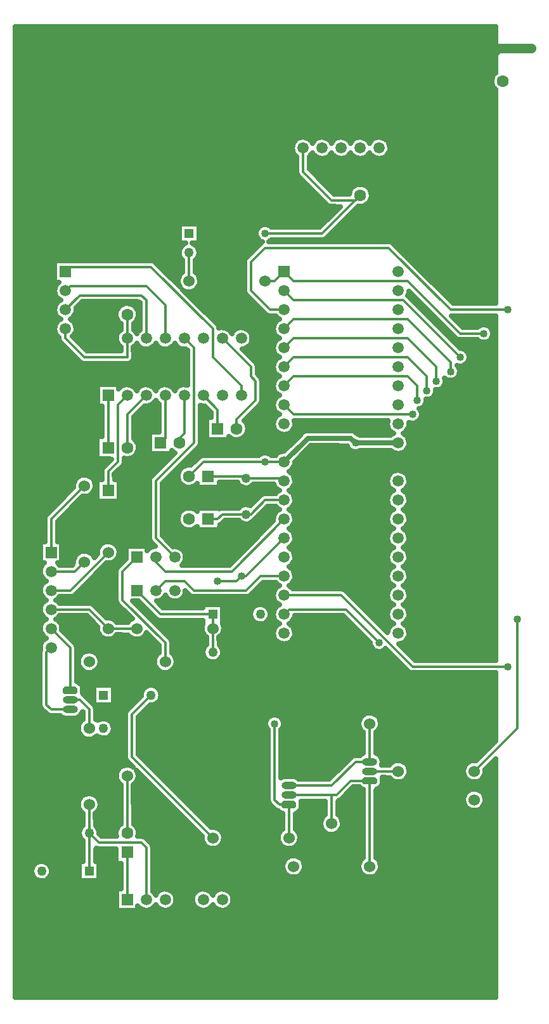
<source format=gtl>
G04 DipTrace 2.3.1.0*
%INPC04Controller.GTL*%
%MOMM*%
%ADD13C,0.33*%
%ADD14C,1.27*%
%ADD15C,0.635*%
%ADD16C,0.66*%
%ADD17C,1.6*%
%ADD18R,1.6X1.6*%
%ADD19R,1.27X1.27*%
%ADD20C,1.27*%
%ADD21R,1.5X1.5*%
%ADD22C,1.5*%
%ADD23C,1.524*%
%ADD24C,1.524*%
%ADD26O,2.0X1.0*%
%ADD27C,1.219*%
%ADD28C,1.016*%
%FSLAX53Y53*%
G04*
G71*
G90*
G75*
G01*
%LNTop*%
%LPD*%
X73508Y99543D2*
D13*
X70333D1*
X63348Y106528D1*
X48108D1*
X46838Y107798D1*
X44298Y106528D2*
X45568D1*
X46838Y107798D1*
X70333Y96368D2*
X62713Y103988D1*
X48108D1*
X46838Y105258D1*
X69063Y94463D2*
Y95733D1*
X63348Y101448D1*
X48108D1*
X46838Y100178D1*
X67158Y93193D2*
Y95098D1*
X63348Y98908D1*
X48108D1*
X46838Y97638D1*
X76683Y102718D2*
X69063D1*
X60808Y110973D1*
X44298D1*
X42393Y109068D1*
Y105258D1*
X44933Y102718D1*
X46838D1*
X65888Y91923D2*
Y93828D1*
X63348Y96368D1*
X48108D1*
X46838Y95098D1*
X64618Y90653D2*
Y92558D1*
X63348Y93828D1*
X48108D1*
X46838Y92558D1*
X59538Y58268D2*
X55093Y62713D1*
X47473D1*
X46838Y62078D1*
X76683Y55093D2*
X63983D1*
X54458Y64618D1*
X46838D1*
X63983Y88748D2*
X48108D1*
X46838Y90018D1*
X77953Y61443D2*
Y46838D1*
X72238Y41123D1*
X46838Y82398D2*
D16*
X50013Y85573D1*
X55728D1*
X56363Y84938D1*
X62078D1*
D13*
X56363D1*
X46838Y82398D2*
X44298D1*
X36043D1*
X34138Y80493D1*
X44298Y112878D2*
X51918D1*
X56998Y117958D1*
X49378Y124308D2*
Y121133D1*
X53188Y117323D1*
X56363D1*
X56998Y117958D1*
X40488Y86843D2*
Y88113D1*
X43028Y90653D1*
Y93193D1*
X42393Y93828D1*
Y95078D1*
X38583Y98888D1*
X29058Y51283D2*
X26518Y48743D1*
Y43028D1*
X37313Y32233D1*
X52553Y51918D2*
X48108Y47473D1*
X53188Y44298D2*
X51283D1*
X48108Y47473D1*
X62078Y37313D2*
X63983Y39218D1*
Y46838D1*
X60808Y50013D1*
X56998D1*
X53188Y46203D1*
Y44298D1*
X36043Y40488D2*
Y41123D1*
X44933Y50013D1*
X45101D1*
X46838D1*
X48108Y48743D1*
Y47473D1*
X43663Y56998D2*
Y51451D1*
X45101Y50013D1*
X36043Y40488D2*
X35408D1*
X29058Y46838D1*
X33503Y23978D2*
X31598Y22073D1*
X22708D1*
X17628Y27153D1*
Y29693D1*
X14453Y32868D1*
X46838Y124308D2*
Y120498D1*
X49378Y117958D1*
X30963D1*
X23343Y110338D1*
Y102083D2*
Y98888D1*
X60808Y133198D2*
D14*
X70333D1*
X66523Y129388D1*
X66189D1*
X50648D1*
X46838Y125578D1*
Y124308D1*
X66189Y129388D2*
D15*
Y120164D1*
X58268Y112243D1*
X46838Y84938D2*
D13*
X47473D1*
X50013Y87478D1*
X58268D1*
X70333Y133198D2*
D14*
X70968D1*
X75413Y137643D1*
X79858D1*
X58268Y41123D2*
D13*
X62078D1*
X58268Y39853D2*
X55728D1*
X53823Y37948D1*
X53188D1*
X47473D1*
X53188Y34138D2*
Y37948D1*
X58268Y28423D2*
Y39853D1*
X47473Y39218D2*
X53188D1*
X56363Y42393D1*
X58268D1*
Y47473D2*
Y42393D1*
X41758Y80239D2*
X46457D1*
X46838Y79858D1*
X36678Y80493D2*
X41504D1*
X41758Y80239D1*
X47473Y32233D2*
Y36678D1*
X45568Y47473D2*
Y37313D1*
X46203Y36678D1*
X47473D1*
X41758Y75413D2*
X42393D1*
X44298Y77318D1*
X46838D1*
X36678Y74778D2*
X37948D1*
X38583Y75413D1*
X41758D1*
X25883Y23978D2*
Y30328D1*
Y32868D2*
Y40488D1*
X29693Y69698D2*
Y69063D1*
X30963Y67793D1*
X39853D1*
X46838Y74778D1*
X41123Y67158D2*
X41758D1*
X46838Y72238D1*
X37948Y66523D2*
X40488D1*
X41123Y67158D1*
X28423Y23978D2*
Y30963D1*
X27788Y31598D1*
X22073D1*
X20803Y32868D1*
Y27788D2*
Y32868D1*
Y36678D1*
X34138Y106528D2*
Y110338D1*
X23343Y84303D2*
Y91288D1*
X25883Y84303D2*
Y88748D1*
X28423Y91288D1*
X30328Y84938D2*
X30963Y85573D1*
Y91288D1*
X32868Y84938D2*
X32233D1*
X33503Y86208D1*
Y91288D1*
X37948Y86843D2*
Y89383D1*
X36043Y91288D1*
X46838Y67158D2*
X43663D1*
X41758Y65253D1*
X34773D1*
X33503Y66523D1*
X30963D1*
X29693Y65253D1*
X28423Y98888D2*
Y103988D1*
X27788Y104623D1*
X19533D1*
X17628Y102718D1*
X23343Y78588D2*
Y81128D1*
X24613Y82398D1*
Y90018D1*
X25883Y91288D1*
X30963Y98888D2*
Y103353D1*
X28423Y105893D1*
X18263D1*
X17628Y105258D1*
X41123Y91288D2*
Y92558D1*
X37313Y96368D1*
Y100178D1*
X29058Y108433D1*
X18263D1*
X17628Y107798D1*
X32233Y69698D2*
X29693Y72238D1*
Y79858D1*
X34773Y84938D1*
Y97618D1*
X33503Y98888D1*
X25883Y102083D2*
Y98888D1*
X17628Y100178D2*
Y98908D1*
X20168Y96368D1*
X25883D1*
Y98888D1*
X15723Y70333D2*
Y74778D1*
X20168Y79223D1*
X15723Y67793D2*
X18898D1*
X20168Y69063D1*
X15723Y65253D2*
X18263D1*
X23343Y70333D1*
X15723Y62713D2*
X20803D1*
X23343Y60173D1*
X27153D1*
X37313Y62078D2*
X30328D1*
X27153Y65253D1*
X37313Y56998D2*
Y60173D1*
Y62078D1*
X30963Y55728D2*
Y58268D1*
X25248Y63983D1*
Y67793D1*
X27153Y69698D1*
X18263Y51918D2*
Y57633D1*
X15723Y60173D1*
X18263Y49378D2*
X15723D1*
X15088Y50013D1*
Y56998D1*
X15723Y57633D1*
X20803Y46838D2*
Y49378D1*
X19533Y50648D1*
X18263D1*
D28*
X73508Y99543D3*
X70333Y96368D3*
X69063Y94463D3*
X67158Y93193D3*
X76683Y102718D3*
X65888Y91923D3*
X64618Y90653D3*
X59538Y58268D3*
X76683Y55093D3*
X63983Y88748D3*
X77953Y61443D3*
X56363Y84938D3*
X44298Y112878D3*
Y82398D3*
X52553Y51918D3*
X23343Y110338D3*
X58268Y112243D3*
Y87478D3*
X79858Y137643D3*
X45568Y47473D3*
X41123Y67158D3*
X37948Y66523D3*
X41123Y67158D3*
X11024Y139868D2*
D15*
X75037D1*
X11024Y139237D2*
X75037D1*
X11024Y138605D2*
X75037D1*
X11024Y137973D2*
X75037D1*
X11024Y137342D2*
X75037D1*
X11024Y136710D2*
X75037D1*
X11024Y136078D2*
X75037D1*
X11024Y135447D2*
X75037D1*
X11024Y134815D2*
X75037D1*
X11024Y134183D2*
X74888D1*
X11024Y133552D2*
X74550D1*
X11024Y132920D2*
X74540D1*
X11024Y132288D2*
X74828D1*
X11024Y131657D2*
X75037D1*
X11024Y131025D2*
X75037D1*
X11024Y130393D2*
X75037D1*
X11024Y129762D2*
X75037D1*
X11024Y129130D2*
X75037D1*
X11024Y128498D2*
X75037D1*
X11024Y127867D2*
X75037D1*
X11024Y127235D2*
X75037D1*
X11024Y126603D2*
X75037D1*
X11024Y125972D2*
X75037D1*
X11024Y125340D2*
X48337D1*
X50418D2*
X50873D1*
X52958D2*
X53413D1*
X55498D2*
X55953D1*
X58038D2*
X58493D1*
X60578D2*
X75037D1*
X11024Y124708D2*
X47950D1*
X60965D2*
X75037D1*
X11024Y124077D2*
X47910D1*
X61005D2*
X75037D1*
X11024Y123445D2*
X48178D1*
X60737D2*
X75037D1*
X11024Y122813D2*
X48476D1*
X50279D2*
X75037D1*
X11024Y122182D2*
X48476D1*
X50279D2*
X75037D1*
X11024Y121550D2*
X48476D1*
X50279D2*
X75037D1*
X11024Y120918D2*
X48505D1*
X50835D2*
X75037D1*
X11024Y120287D2*
X48972D1*
X51470D2*
X75037D1*
X11024Y119655D2*
X49607D1*
X52105D2*
X75037D1*
X11024Y119023D2*
X50242D1*
X52730D2*
X55917D1*
X58078D2*
X75037D1*
X11024Y118392D2*
X50867D1*
X53365D2*
X55530D1*
X58465D2*
X75037D1*
X11024Y117760D2*
X51502D1*
X58525D2*
X75037D1*
X11024Y117128D2*
X52137D1*
X58277D2*
X75037D1*
X11024Y116497D2*
X52980D1*
X57245D2*
X75037D1*
X11024Y115865D2*
X53655D1*
X56153D2*
X75037D1*
X11024Y115233D2*
X53030D1*
X55518D2*
X75037D1*
X11024Y114602D2*
X52395D1*
X54893D2*
X75037D1*
X11024Y113970D2*
X32769D1*
X35506D2*
X43783D1*
X44813D2*
X51760D1*
X54258D2*
X75037D1*
X11024Y113338D2*
X32769D1*
X35506D2*
X43148D1*
X53623D2*
X75037D1*
X11024Y112707D2*
X32769D1*
X35506D2*
X43068D1*
X52998D2*
X75037D1*
X11024Y112075D2*
X32769D1*
X35506D2*
X43366D1*
X52224D2*
X75037D1*
X11024Y111443D2*
X33375D1*
X34901D2*
X43525D1*
X61581D2*
X75037D1*
X11024Y110812D2*
X32859D1*
X35417D2*
X42890D1*
X62216D2*
X75037D1*
X11024Y110180D2*
X32779D1*
X35496D2*
X42255D1*
X62851D2*
X75037D1*
X11024Y109548D2*
X33027D1*
X35248D2*
X41640D1*
X63476D2*
X75037D1*
X11024Y108917D2*
X16140D1*
X29821D2*
X33236D1*
X35039D2*
X41491D1*
X64111D2*
X75037D1*
X11024Y108285D2*
X16140D1*
X30456D2*
X33236D1*
X35039D2*
X41491D1*
X64746D2*
X75037D1*
X11024Y107653D2*
X16140D1*
X31081D2*
X33186D1*
X35089D2*
X41491D1*
X65371D2*
X75037D1*
X11024Y107022D2*
X16140D1*
X31716D2*
X32730D1*
X35546D2*
X41491D1*
X66006D2*
X75037D1*
X11024Y106390D2*
X16140D1*
X35625D2*
X41491D1*
X66641D2*
X75037D1*
X11024Y105758D2*
X16230D1*
X35417D2*
X41491D1*
X67266D2*
X75037D1*
X11024Y105127D2*
X16150D1*
X34509D2*
X41501D1*
X67901D2*
X75037D1*
X11024Y104495D2*
X16359D1*
X34246D2*
X41907D1*
X63456D2*
X64132D1*
X68536D2*
X75037D1*
X11024Y103863D2*
X16716D1*
X34871D2*
X42542D1*
X64081D2*
X64767D1*
X69161D2*
X75037D1*
X11024Y103232D2*
X16240D1*
X19393D2*
X24901D1*
X26864D2*
X27521D1*
X35506D2*
X43167D1*
X64716D2*
X65392D1*
X11024Y102600D2*
X16150D1*
X19105D2*
X24445D1*
X36141D2*
X43802D1*
X65351D2*
X66027D1*
X11024Y101968D2*
X16359D1*
X18897D2*
X24356D1*
X36766D2*
X44497D1*
X65976D2*
X66662D1*
X11024Y101337D2*
X16736D1*
X18520D2*
X24554D1*
X37401D2*
X45946D1*
X66611D2*
X67288D1*
X69786D2*
X75037D1*
X11024Y100705D2*
X16240D1*
X19016D2*
X24981D1*
X26784D2*
X27521D1*
X38026D2*
X45450D1*
X67246D2*
X67923D1*
X70421D2*
X73241D1*
X73783D2*
X75037D1*
X11024Y100073D2*
X16140D1*
X19115D2*
X24981D1*
X26784D2*
X27521D1*
X39435D2*
X40270D1*
X41975D2*
X45350D1*
X67871D2*
X68558D1*
X74628D2*
X75037D1*
X11024Y99442D2*
X16349D1*
X18907D2*
X24504D1*
X42501D2*
X45559D1*
X68506D2*
X69183D1*
X11024Y98810D2*
X16736D1*
X18976D2*
X24395D1*
X42610D2*
X45965D1*
X69141D2*
X69867D1*
X74499D2*
X75037D1*
X11024Y98178D2*
X17113D1*
X19601D2*
X24584D1*
X42421D2*
X45459D1*
X69766D2*
X75037D1*
X11024Y97547D2*
X17738D1*
X20236D2*
X24981D1*
X26784D2*
X27888D1*
X28957D2*
X30428D1*
X31497D2*
X32968D1*
X41657D2*
X45350D1*
X70461D2*
X75037D1*
X11024Y96915D2*
X18373D1*
X26784D2*
X33871D1*
X41806D2*
X45549D1*
X71443D2*
X75037D1*
X11024Y96283D2*
X19008D1*
X26784D2*
X33871D1*
X42431D2*
X45985D1*
X71572D2*
X75037D1*
X11024Y95652D2*
X19672D1*
X26378D2*
X33871D1*
X43066D2*
X45459D1*
X71334D2*
X75037D1*
X11024Y95020D2*
X33871D1*
X43294D2*
X45350D1*
X70163D2*
X75037D1*
X11024Y94388D2*
X33871D1*
X43294D2*
X45539D1*
X70302D2*
X75037D1*
X11024Y93757D2*
X33871D1*
X43711D2*
X46005D1*
X70074D2*
X75037D1*
X11024Y93125D2*
X33871D1*
X43929D2*
X45469D1*
X68397D2*
X75037D1*
X11024Y92493D2*
X21855D1*
X26705D2*
X27600D1*
X29245D2*
X30140D1*
X31785D2*
X32680D1*
X43929D2*
X45350D1*
X68169D2*
X75037D1*
X11024Y91862D2*
X21855D1*
X43929D2*
X45529D1*
X67127D2*
X75037D1*
X11024Y91230D2*
X21855D1*
X43929D2*
X46025D1*
X66909D2*
X75037D1*
X11024Y90598D2*
X21855D1*
X43929D2*
X45479D1*
X65857D2*
X75037D1*
X11024Y89967D2*
X21855D1*
X29017D2*
X30061D1*
X43592D2*
X45350D1*
X65639D2*
X75037D1*
X11024Y89335D2*
X22441D1*
X27717D2*
X30061D1*
X35674D2*
X36748D1*
X42957D2*
X45529D1*
X65073D2*
X75037D1*
X11024Y88703D2*
X22441D1*
X27082D2*
X30061D1*
X35674D2*
X37046D1*
X42322D2*
X46055D1*
X65222D2*
X75037D1*
X11024Y88072D2*
X22441D1*
X26784D2*
X30061D1*
X35674D2*
X36411D1*
X41697D2*
X45479D1*
X65013D2*
X75037D1*
X11024Y87440D2*
X22441D1*
X26784D2*
X30061D1*
X35674D2*
X36411D1*
X41896D2*
X45350D1*
X48325D2*
X60590D1*
X63565D2*
X75037D1*
X11024Y86808D2*
X22441D1*
X26784D2*
X30061D1*
X35674D2*
X36411D1*
X42024D2*
X45519D1*
X48156D2*
X60759D1*
X63396D2*
X75037D1*
X11024Y86177D2*
X22441D1*
X26784D2*
X28791D1*
X35674D2*
X36411D1*
X41866D2*
X46194D1*
X47482D2*
X49131D1*
X56610D2*
X61315D1*
X62841D2*
X75037D1*
X11024Y85545D2*
X21806D1*
X26784D2*
X28791D1*
X35674D2*
X36411D1*
X41251D2*
X48505D1*
X63426D2*
X75037D1*
X11024Y84913D2*
X21806D1*
X27291D2*
X28791D1*
X35674D2*
X47870D1*
X63565D2*
X75037D1*
X11024Y84282D2*
X21806D1*
X27419D2*
X28791D1*
X35367D2*
X47235D1*
X50200D2*
X55322D1*
X63406D2*
X75037D1*
X11024Y83650D2*
X21806D1*
X27271D2*
X28791D1*
X34732D2*
X46094D1*
X49575D2*
X61404D1*
X62751D2*
X75037D1*
X11024Y83018D2*
X21806D1*
X26665D2*
X31609D1*
X34097D2*
X35419D1*
X48940D2*
X75037D1*
X11024Y82387D2*
X23354D1*
X25514D2*
X30974D1*
X33472D2*
X34784D1*
X48325D2*
X75037D1*
X11024Y81755D2*
X22719D1*
X25217D2*
X30339D1*
X32837D2*
X33315D1*
X48166D2*
X75037D1*
X11024Y81123D2*
X22441D1*
X24582D2*
X29713D1*
X32202D2*
X32740D1*
X47551D2*
X61364D1*
X62791D2*
X75037D1*
X11024Y80492D2*
X19434D1*
X20901D2*
X22441D1*
X24244D2*
X29078D1*
X31577D2*
X32601D1*
X48176D2*
X60739D1*
X63416D2*
X75037D1*
X11024Y79860D2*
X18819D1*
X24879D2*
X28791D1*
X30942D2*
X32740D1*
X48325D2*
X60590D1*
X63565D2*
X75037D1*
X11024Y79228D2*
X18670D1*
X24879D2*
X28791D1*
X30594D2*
X33315D1*
X38214D2*
X40905D1*
X42610D2*
X45499D1*
X48176D2*
X60739D1*
X63416D2*
X75037D1*
X11024Y78597D2*
X18293D1*
X24879D2*
X28791D1*
X30594D2*
X46114D1*
X47561D2*
X61354D1*
X62801D2*
X75037D1*
X11024Y77965D2*
X17658D1*
X20921D2*
X21806D1*
X24879D2*
X28791D1*
X30594D2*
X43703D1*
X48166D2*
X60749D1*
X63406D2*
X75037D1*
X11024Y77333D2*
X17033D1*
X19532D2*
X21806D1*
X24879D2*
X28791D1*
X30594D2*
X43068D1*
X48325D2*
X60590D1*
X63565D2*
X75037D1*
X11024Y76702D2*
X16398D1*
X18897D2*
X28791D1*
X30594D2*
X42433D1*
X48186D2*
X60729D1*
X63426D2*
X75037D1*
X11024Y76070D2*
X15763D1*
X18262D2*
X28791D1*
X30594D2*
X33365D1*
X44297D2*
X46094D1*
X47581D2*
X61334D1*
X62821D2*
X75037D1*
X11024Y75438D2*
X15138D1*
X17637D2*
X28791D1*
X30594D2*
X32759D1*
X43672D2*
X45519D1*
X48156D2*
X60759D1*
X63396D2*
X75037D1*
X11024Y74807D2*
X14821D1*
X17002D2*
X28791D1*
X30594D2*
X32601D1*
X43037D2*
X45350D1*
X48325D2*
X60590D1*
X63565D2*
X75037D1*
X11024Y74175D2*
X14821D1*
X16624D2*
X28791D1*
X30594D2*
X32730D1*
X38592D2*
X41362D1*
X42153D2*
X44983D1*
X48186D2*
X60729D1*
X63426D2*
X75037D1*
X11024Y73543D2*
X14821D1*
X16624D2*
X28791D1*
X30594D2*
X33275D1*
X38214D2*
X44358D1*
X47611D2*
X61305D1*
X62851D2*
X75037D1*
X11024Y72912D2*
X14821D1*
X16624D2*
X28791D1*
X30594D2*
X43723D1*
X48156D2*
X60759D1*
X63396D2*
X75037D1*
X11024Y72280D2*
X14821D1*
X16624D2*
X28791D1*
X30902D2*
X43088D1*
X48325D2*
X60590D1*
X63565D2*
X75037D1*
X11024Y71648D2*
X14235D1*
X17210D2*
X22709D1*
X23977D2*
X29029D1*
X31527D2*
X42463D1*
X48196D2*
X60719D1*
X63436D2*
X75037D1*
X11024Y71017D2*
X14235D1*
X17210D2*
X22014D1*
X24671D2*
X25665D1*
X28640D2*
X29098D1*
X32827D2*
X41828D1*
X47630D2*
X61285D1*
X62870D2*
X75037D1*
X11024Y70385D2*
X14235D1*
X17210D2*
X19544D1*
X20792D2*
X21845D1*
X24840D2*
X25665D1*
X33541D2*
X41193D1*
X48146D2*
X60769D1*
X63386D2*
X75037D1*
X11024Y69753D2*
X14235D1*
X17210D2*
X18849D1*
X24721D2*
X25665D1*
X33720D2*
X40568D1*
X48325D2*
X60590D1*
X63565D2*
X75037D1*
X11024Y69122D2*
X14235D1*
X17210D2*
X18670D1*
X24175D2*
X25328D1*
X33601D2*
X39933D1*
X48206D2*
X60709D1*
X63446D2*
X75037D1*
X11024Y68490D2*
X14424D1*
X22746D2*
X24693D1*
X47650D2*
X61265D1*
X62890D2*
X75037D1*
X11024Y67858D2*
X14235D1*
X22121D2*
X24346D1*
X48136D2*
X60779D1*
X63376D2*
X75037D1*
X11024Y67227D2*
X14354D1*
X21486D2*
X24346D1*
X48325D2*
X60590D1*
X63565D2*
X75037D1*
X11024Y66595D2*
X14890D1*
X20851D2*
X24346D1*
X48206D2*
X60709D1*
X63446D2*
X75037D1*
X11024Y65963D2*
X14424D1*
X20226D2*
X24346D1*
X43721D2*
X46005D1*
X47670D2*
X61245D1*
X62910D2*
X75037D1*
X11024Y65332D2*
X14235D1*
X19591D2*
X24346D1*
X43086D2*
X45539D1*
X54963D2*
X60779D1*
X63376D2*
X75037D1*
X11024Y64700D2*
X14344D1*
X18956D2*
X24346D1*
X33611D2*
X34079D1*
X42451D2*
X45350D1*
X55627D2*
X60590D1*
X63565D2*
X75037D1*
X11024Y64068D2*
X14870D1*
X16575D2*
X24346D1*
X30545D2*
X31380D1*
X33085D2*
X45459D1*
X56252D2*
X60699D1*
X63456D2*
X75037D1*
X11024Y63437D2*
X14434D1*
X21288D2*
X24544D1*
X27042D2*
X27719D1*
X30217D2*
X45985D1*
X56887D2*
X61225D1*
X62930D2*
X75037D1*
X11024Y62805D2*
X14235D1*
X21962D2*
X25179D1*
X27677D2*
X28354D1*
X38681D2*
X42513D1*
X44813D2*
X45549D1*
X57522D2*
X60789D1*
X63366D2*
X75037D1*
X11024Y62173D2*
X14344D1*
X22588D2*
X25804D1*
X28303D2*
X28979D1*
X38681D2*
X42294D1*
X45031D2*
X45363D1*
X58148D2*
X60590D1*
X63565D2*
X75037D1*
X11024Y61542D2*
X14850D1*
X16595D2*
X20724D1*
X23838D2*
X26439D1*
X28938D2*
X29614D1*
X38681D2*
X42404D1*
X44922D2*
X45459D1*
X48216D2*
X55014D1*
X58783D2*
X60699D1*
X63456D2*
X75037D1*
X11024Y60910D2*
X14444D1*
X17002D2*
X21359D1*
X29573D2*
X35944D1*
X38681D2*
X43009D1*
X44316D2*
X45965D1*
X47710D2*
X55649D1*
X59418D2*
X61205D1*
X62950D2*
X75037D1*
X11024Y60278D2*
X14245D1*
X17200D2*
X21845D1*
X30198D2*
X35815D1*
X38810D2*
X45559D1*
X48117D2*
X56274D1*
X60043D2*
X60799D1*
X63357D2*
X75037D1*
X11024Y59647D2*
X14335D1*
X17498D2*
X21945D1*
X30833D2*
X35915D1*
X38711D2*
X45360D1*
X48315D2*
X56909D1*
X63555D2*
X75037D1*
X11024Y59015D2*
X14831D1*
X18133D2*
X22431D1*
X24254D2*
X26241D1*
X28064D2*
X28969D1*
X31468D2*
X36401D1*
X38224D2*
X45450D1*
X48226D2*
X57544D1*
X63466D2*
X75037D1*
X11024Y58383D2*
X14454D1*
X18758D2*
X29594D1*
X31855D2*
X36411D1*
X38214D2*
X45946D1*
X47730D2*
X58169D1*
X62970D2*
X75037D1*
X11024Y57752D2*
X14245D1*
X19155D2*
X30061D1*
X31864D2*
X36182D1*
X38443D2*
X58407D1*
X62573D2*
X75037D1*
X11024Y57120D2*
X14196D1*
X19164D2*
X20397D1*
X21208D2*
X30061D1*
X31864D2*
X35944D1*
X38681D2*
X59191D1*
X59872D2*
X60709D1*
X63208D2*
X75037D1*
X11024Y56488D2*
X14186D1*
X19164D2*
X19524D1*
X22082D2*
X29684D1*
X32242D2*
X36044D1*
X38582D2*
X61334D1*
X63833D2*
X75037D1*
X11024Y55857D2*
X14186D1*
X22300D2*
X29465D1*
X32460D2*
X36609D1*
X38016D2*
X61969D1*
X11024Y55225D2*
X14186D1*
X22211D2*
X29555D1*
X32371D2*
X62604D1*
X11024Y54593D2*
X14186D1*
X19164D2*
X19861D1*
X21744D2*
X30021D1*
X31904D2*
X63230D1*
X11024Y53962D2*
X14186D1*
X19164D2*
X75037D1*
X11024Y53330D2*
X14186D1*
X19164D2*
X75037D1*
X11024Y52698D2*
X14186D1*
X19750D2*
X75037D1*
X11024Y52067D2*
X14186D1*
X19998D2*
X21339D1*
X24076D2*
X27947D1*
X30168D2*
X75037D1*
X11024Y51435D2*
X14186D1*
X19958D2*
X21339D1*
X24076D2*
X27699D1*
X30416D2*
X75037D1*
X11024Y50803D2*
X14186D1*
X20623D2*
X21339D1*
X24076D2*
X27332D1*
X30337D2*
X75037D1*
X11024Y50172D2*
X14186D1*
X24076D2*
X26697D1*
X29811D2*
X75037D1*
X11024Y49540D2*
X14335D1*
X21685D2*
X26062D1*
X28561D2*
X75037D1*
X11024Y48908D2*
X14940D1*
X21704D2*
X25636D1*
X27935D2*
X75037D1*
X11024Y48277D2*
X17291D1*
X19234D2*
X19901D1*
X21704D2*
X25616D1*
X27419D2*
X44636D1*
X46499D2*
X57018D1*
X59517D2*
X75037D1*
X11024Y47645D2*
X19553D1*
X23798D2*
X25616D1*
X27419D2*
X44338D1*
X46797D2*
X56780D1*
X59755D2*
X75037D1*
X11024Y47013D2*
X19315D1*
X24066D2*
X25616D1*
X27419D2*
X44418D1*
X46718D2*
X56840D1*
X59695D2*
X75037D1*
X11024Y46382D2*
X19375D1*
X23996D2*
X25616D1*
X27419D2*
X44666D1*
X46469D2*
X57276D1*
X59259D2*
X75037D1*
X11024Y45750D2*
X19801D1*
X23500D2*
X25616D1*
X27419D2*
X44666D1*
X46469D2*
X57366D1*
X59169D2*
X75037D1*
X11024Y45118D2*
X25616D1*
X27419D2*
X44666D1*
X46469D2*
X57366D1*
X59169D2*
X74987D1*
X11024Y44487D2*
X25616D1*
X27419D2*
X44666D1*
X46469D2*
X57366D1*
X59169D2*
X74352D1*
X11024Y43855D2*
X25616D1*
X27419D2*
X44666D1*
X46469D2*
X57366D1*
X59169D2*
X73717D1*
X11024Y43223D2*
X25616D1*
X27568D2*
X44666D1*
X46469D2*
X56195D1*
X59656D2*
X73092D1*
X11024Y42592D2*
X25735D1*
X28203D2*
X44666D1*
X46469D2*
X55312D1*
X59983D2*
X72457D1*
X11024Y41960D2*
X26340D1*
X28838D2*
X44666D1*
X46469D2*
X54677D1*
X63307D2*
X71008D1*
X74320D2*
X75037D1*
X11024Y41328D2*
X24653D1*
X29463D2*
X44666D1*
X46469D2*
X54052D1*
X63565D2*
X70750D1*
X73725D2*
X75037D1*
X11024Y40697D2*
X24395D1*
X30098D2*
X44666D1*
X46469D2*
X53417D1*
X63515D2*
X70800D1*
X73675D2*
X75037D1*
X11024Y40065D2*
X24445D1*
X27320D2*
X28235D1*
X30723D2*
X44666D1*
X48851D2*
X52792D1*
X60003D2*
X61047D1*
X63108D2*
X71207D1*
X73268D2*
X75037D1*
X11024Y39433D2*
X24842D1*
X26923D2*
X28860D1*
X31358D2*
X44666D1*
X59983D2*
X75037D1*
X11024Y38802D2*
X24981D1*
X26784D2*
X29495D1*
X31993D2*
X44666D1*
X55925D2*
X57068D1*
X59467D2*
X75037D1*
X11024Y38170D2*
X24981D1*
X26784D2*
X30130D1*
X32619D2*
X44666D1*
X55290D2*
X57366D1*
X59169D2*
X71028D1*
X73447D2*
X75037D1*
X11024Y37538D2*
X19593D1*
X22012D2*
X24981D1*
X26784D2*
X30755D1*
X33254D2*
X44666D1*
X54665D2*
X57366D1*
X59169D2*
X70760D1*
X73715D2*
X75037D1*
X11024Y36907D2*
X19325D1*
X22280D2*
X24981D1*
X26784D2*
X31390D1*
X33889D2*
X44775D1*
X49208D2*
X52286D1*
X54089D2*
X57366D1*
X59169D2*
X70800D1*
X73675D2*
X75037D1*
X11024Y36275D2*
X19365D1*
X22240D2*
X24981D1*
X26784D2*
X32025D1*
X34514D2*
X45360D1*
X49188D2*
X52286D1*
X54089D2*
X57366D1*
X59169D2*
X71187D1*
X73288D2*
X75037D1*
X11024Y35643D2*
X19742D1*
X21863D2*
X24981D1*
X26784D2*
X32650D1*
X35149D2*
X46253D1*
X48692D2*
X52286D1*
X54089D2*
X57366D1*
X59169D2*
X75037D1*
X11024Y35012D2*
X19901D1*
X21704D2*
X24981D1*
X26784D2*
X33285D1*
X35784D2*
X46571D1*
X48374D2*
X51988D1*
X54387D2*
X57366D1*
X59169D2*
X75037D1*
X11024Y34380D2*
X19901D1*
X21704D2*
X24981D1*
X26784D2*
X33920D1*
X36409D2*
X46571D1*
X48374D2*
X51710D1*
X54665D2*
X57366D1*
X59169D2*
X75037D1*
X11024Y33748D2*
X19772D1*
X21833D2*
X24643D1*
X27122D2*
X34545D1*
X37044D2*
X46571D1*
X48374D2*
X51740D1*
X54635D2*
X57366D1*
X59169D2*
X75037D1*
X11024Y33117D2*
X19454D1*
X22151D2*
X24366D1*
X27400D2*
X35180D1*
X38502D2*
X46283D1*
X48662D2*
X52117D1*
X54258D2*
X57366D1*
X59169D2*
X75037D1*
X11024Y32485D2*
X19484D1*
X22429D2*
X24395D1*
X27370D2*
X35815D1*
X38790D2*
X45995D1*
X48950D2*
X57366D1*
X59169D2*
X75037D1*
X11024Y31853D2*
X19901D1*
X28779D2*
X35865D1*
X38760D2*
X46025D1*
X48920D2*
X57366D1*
X59169D2*
X75037D1*
X11024Y31222D2*
X19901D1*
X29285D2*
X36232D1*
X38393D2*
X46392D1*
X48553D2*
X57366D1*
X59169D2*
X75037D1*
X11024Y30590D2*
X19901D1*
X21704D2*
X24346D1*
X29324D2*
X57366D1*
X59169D2*
X75037D1*
X11024Y29958D2*
X19901D1*
X21704D2*
X24346D1*
X29324D2*
X57366D1*
X59169D2*
X75037D1*
X11024Y29327D2*
X19901D1*
X21704D2*
X24346D1*
X29324D2*
X46928D1*
X49287D2*
X57088D1*
X59447D2*
X75037D1*
X11024Y28695D2*
X13451D1*
X15454D2*
X19434D1*
X22171D2*
X24981D1*
X29324D2*
X46640D1*
X49575D2*
X56800D1*
X59735D2*
X75037D1*
X11024Y28063D2*
X13114D1*
X15791D2*
X19434D1*
X22171D2*
X24981D1*
X29324D2*
X46650D1*
X49565D2*
X56810D1*
X59725D2*
X75037D1*
X11024Y27432D2*
X13134D1*
X15771D2*
X19434D1*
X22171D2*
X24981D1*
X29324D2*
X47007D1*
X49208D2*
X57167D1*
X59368D2*
X75037D1*
X11024Y26800D2*
X13531D1*
X15374D2*
X19434D1*
X22171D2*
X24981D1*
X29324D2*
X75037D1*
X11024Y26168D2*
X24981D1*
X29324D2*
X75037D1*
X11024Y25537D2*
X24981D1*
X29324D2*
X75037D1*
X11024Y24905D2*
X24395D1*
X32103D2*
X34903D1*
X39723D2*
X75037D1*
X11024Y24273D2*
X24395D1*
X32420D2*
X34585D1*
X40040D2*
X75037D1*
X11024Y23642D2*
X24395D1*
X32410D2*
X34595D1*
X40030D2*
X75037D1*
X11024Y23010D2*
X24395D1*
X29533D2*
X29854D1*
X32073D2*
X34932D1*
X37153D2*
X37474D1*
X39693D2*
X75037D1*
X11024Y22378D2*
X75037D1*
X11024Y21747D2*
X75037D1*
X11024Y21115D2*
X75037D1*
X11024Y20483D2*
X75037D1*
X11024Y19852D2*
X75037D1*
X11024Y19220D2*
X75037D1*
X11024Y18588D2*
X75037D1*
X11024Y17957D2*
X75037D1*
X11024Y17325D2*
X75037D1*
X11024Y16693D2*
X75037D1*
X11024Y16062D2*
X75037D1*
X11024Y15430D2*
X75037D1*
X11024Y14798D2*
X75037D1*
X11024Y14167D2*
X75037D1*
X11024Y13535D2*
X75037D1*
X11024Y12903D2*
X75037D1*
X11024Y12272D2*
X75037D1*
X11024Y11640D2*
X75037D1*
X11024Y11008D2*
X75037D1*
X35198Y73767D2*
X35096Y73659D1*
X34835Y73480D1*
X34541Y73361D1*
X34229Y73307D1*
X33912Y73322D1*
X33606Y73404D1*
X33325Y73549D1*
X33081Y73751D1*
X32886Y74001D1*
X32749Y74287D1*
X32676Y74595D1*
X32671Y74912D1*
X32733Y75223D1*
X32861Y75513D1*
X33048Y75769D1*
X33285Y75979D1*
X33562Y76133D1*
X33865Y76225D1*
X34181Y76250D1*
X34495Y76207D1*
X34792Y76097D1*
X35059Y75927D1*
X35206Y75780D1*
X35205Y76251D1*
X38151D1*
Y76122D1*
X38490Y76246D1*
X40795Y76251D1*
X40881Y76349D1*
X41138Y76536D1*
X41432Y76653D1*
X41746Y76695D1*
X42060Y76659D1*
X42347Y76550D1*
X43705Y77910D1*
X43966Y78087D1*
X44298Y78156D1*
X45697D1*
X45925Y78409D1*
X46198Y78588D1*
X45965Y78734D1*
X45738Y78955D1*
X45565Y79220D1*
X45500Y79397D1*
X42736Y79401D1*
X42461Y79166D1*
X42177Y79026D1*
X41867Y78961D1*
X41551Y78973D1*
X41247Y79062D1*
X40974Y79223D1*
X40749Y79446D1*
X40622Y79658D1*
X38160Y79654D1*
X38151Y79020D1*
X35205D1*
Y79486D1*
X35096Y79374D1*
X34835Y79195D1*
X34541Y79076D1*
X34229Y79022D1*
X33912Y79037D1*
X33606Y79119D1*
X33325Y79264D1*
X33081Y79466D1*
X32886Y79716D1*
X32749Y80002D1*
X32676Y80310D1*
X32671Y80627D1*
X32733Y80938D1*
X32861Y81228D1*
X33048Y81484D1*
X33285Y81694D1*
X33562Y81848D1*
X33865Y81940D1*
X34181Y81965D1*
X34387Y81937D1*
X35450Y82990D1*
X35711Y83167D1*
X36043Y83236D1*
X43474D1*
X43555Y83316D1*
X43825Y83480D1*
X44130Y83567D1*
X44446Y83569D1*
X44752Y83488D1*
X45025Y83328D1*
X45115Y83236D1*
X45697D1*
X45925Y83489D1*
X46189Y83664D1*
X46485Y83776D1*
X46848Y83816D1*
X48822Y85801D1*
X49303Y86282D1*
X49559Y86468D1*
X49870Y86564D1*
X50648Y86576D1*
X55728D1*
X56040Y86526D1*
X56328Y86375D1*
X56626Y86093D1*
X56817Y86028D1*
X56998Y85941D1*
X61075D1*
X61165Y86029D1*
X61438Y86208D1*
X61205Y86354D1*
X60978Y86575D1*
X60805Y86840D1*
X60696Y87138D1*
X60655Y87452D1*
X60684Y87767D1*
X60731Y87908D1*
X48197Y87909D1*
X48261Y87478D1*
X48225Y87163D1*
X48121Y86863D1*
X47954Y86595D1*
X47731Y86370D1*
X47463Y86199D1*
X47165Y86093D1*
X46851Y86055D1*
X46535Y86087D1*
X46235Y86188D1*
X45965Y86354D1*
X45738Y86575D1*
X45565Y86840D1*
X45456Y87138D1*
X45415Y87452D1*
X45444Y87767D1*
X45543Y88068D1*
X45706Y88340D1*
X45925Y88569D1*
X46198Y88748D1*
X45965Y88894D1*
X45738Y89115D1*
X45565Y89380D1*
X45456Y89678D1*
X45415Y89992D1*
X45444Y90307D1*
X45543Y90608D1*
X45706Y90880D1*
X45925Y91109D1*
X46198Y91288D1*
X45965Y91434D1*
X45738Y91655D1*
X45565Y91920D1*
X45456Y92218D1*
X45415Y92532D1*
X45444Y92847D1*
X45543Y93148D1*
X45706Y93420D1*
X45925Y93649D1*
X46198Y93828D1*
X45965Y93974D1*
X45738Y94195D1*
X45565Y94460D1*
X45456Y94758D1*
X45415Y95072D1*
X45444Y95387D1*
X45543Y95688D1*
X45706Y95960D1*
X45925Y96189D1*
X46198Y96368D1*
X45965Y96514D1*
X45738Y96735D1*
X45565Y97000D1*
X45456Y97298D1*
X45415Y97612D1*
X45444Y97927D1*
X45543Y98228D1*
X45706Y98500D1*
X45925Y98729D1*
X46198Y98908D1*
X45965Y99054D1*
X45738Y99275D1*
X45565Y99540D1*
X45456Y99838D1*
X45415Y100152D1*
X45444Y100467D1*
X45543Y100768D1*
X45706Y101040D1*
X45925Y101269D1*
X46198Y101448D1*
X45965Y101594D1*
X45700Y101873D1*
X44933Y101880D1*
X44623Y101939D1*
X44340Y102125D1*
X41800Y104665D1*
X41623Y104926D1*
X41555Y105258D1*
Y109068D1*
X41614Y109378D1*
X41800Y109660D1*
X43705Y111565D1*
X43976Y111745D1*
X43651Y111889D1*
X43411Y112097D1*
X43236Y112360D1*
X43137Y112661D1*
X43121Y112977D1*
X43189Y113286D1*
X43338Y113566D1*
X43555Y113796D1*
X43825Y113960D1*
X44130Y114047D1*
X44446Y114049D1*
X44752Y113968D1*
X45025Y113808D1*
X45115Y113716D1*
X51570D1*
X54335Y116480D1*
X53188Y116485D1*
X52878Y116544D1*
X52595Y116730D1*
X48785Y120540D1*
X48608Y120801D1*
X48540Y121133D1*
Y123167D1*
X48278Y123405D1*
X48105Y123670D1*
X47996Y123968D1*
X47955Y124282D1*
X47984Y124597D1*
X48083Y124898D1*
X48246Y125170D1*
X48465Y125399D1*
X48729Y125574D1*
X49025Y125686D1*
X49339Y125730D1*
X49655Y125703D1*
X49957Y125608D1*
X50230Y125447D1*
X50461Y125230D1*
X50649Y124940D1*
X50786Y125170D1*
X51005Y125399D1*
X51269Y125574D1*
X51565Y125686D1*
X51879Y125730D1*
X52195Y125703D1*
X52497Y125608D1*
X52770Y125447D1*
X53001Y125230D1*
X53189Y124940D1*
X53326Y125170D1*
X53545Y125399D1*
X53809Y125574D1*
X54105Y125686D1*
X54419Y125730D1*
X54735Y125703D1*
X55037Y125608D1*
X55310Y125447D1*
X55541Y125230D1*
X55729Y124940D1*
X55866Y125170D1*
X56085Y125399D1*
X56349Y125574D1*
X56645Y125686D1*
X56959Y125730D1*
X57275Y125703D1*
X57577Y125608D1*
X57850Y125447D1*
X58081Y125230D1*
X58269Y124940D1*
X58406Y125170D1*
X58625Y125399D1*
X58889Y125574D1*
X59185Y125686D1*
X59499Y125730D1*
X59815Y125703D1*
X60117Y125608D1*
X60390Y125447D1*
X60621Y125230D1*
X60798Y124968D1*
X60913Y124673D1*
X60961Y124308D1*
X60925Y123993D1*
X60821Y123693D1*
X60654Y123425D1*
X60431Y123200D1*
X60163Y123029D1*
X59865Y122923D1*
X59551Y122885D1*
X59235Y122917D1*
X58935Y123018D1*
X58665Y123184D1*
X58438Y123405D1*
X58271Y123662D1*
X58114Y123425D1*
X57891Y123200D1*
X57623Y123029D1*
X57325Y122923D1*
X57011Y122885D1*
X56695Y122917D1*
X56395Y123018D1*
X56125Y123184D1*
X55898Y123405D1*
X55731Y123662D1*
X55574Y123425D1*
X55351Y123200D1*
X55083Y123029D1*
X54785Y122923D1*
X54471Y122885D1*
X54155Y122917D1*
X53855Y123018D1*
X53585Y123184D1*
X53358Y123405D1*
X53191Y123662D1*
X53034Y123425D1*
X52811Y123200D1*
X52543Y123029D1*
X52245Y122923D1*
X51931Y122885D1*
X51615Y122917D1*
X51315Y123018D1*
X51045Y123184D1*
X50818Y123405D1*
X50651Y123662D1*
X50494Y123425D1*
X50212Y123162D1*
X50216Y121480D1*
X53541Y118154D1*
X55539Y118161D1*
X55593Y118403D1*
X55721Y118693D1*
X55908Y118949D1*
X56145Y119159D1*
X56422Y119313D1*
X56725Y119405D1*
X57041Y119430D1*
X57355Y119387D1*
X57652Y119277D1*
X57919Y119107D1*
X58144Y118883D1*
X58315Y118617D1*
X58426Y118320D1*
X58471Y117958D1*
X58437Y117643D1*
X58336Y117342D1*
X58173Y117070D1*
X57956Y116839D1*
X57695Y116660D1*
X57401Y116541D1*
X57089Y116487D1*
X56744Y116509D1*
X54896Y114671D1*
X52510Y112285D1*
X52249Y112108D1*
X51918Y112040D1*
X45115Y112025D1*
X44859Y111839D1*
X44776Y111807D1*
X60808Y111811D1*
X61118Y111751D1*
X61400Y111565D1*
X69405Y103560D1*
X75105Y103556D1*
X75095Y104623D1*
Y132076D1*
X74991Y132171D1*
X74796Y132421D1*
X74659Y132707D1*
X74586Y133015D1*
X74581Y133332D1*
X74643Y133643D1*
X74771Y133933D1*
X74958Y134189D1*
X75099Y134313D1*
X75095Y140500D1*
X10960D1*
Y10960D1*
X75095D1*
Y42799D1*
X73655Y41355D1*
X73673Y41123D1*
X73638Y40808D1*
X73534Y40508D1*
X73368Y40239D1*
X73146Y40012D1*
X72881Y39840D1*
X72583Y39730D1*
X72269Y39688D1*
X71954Y39716D1*
X71652Y39812D1*
X71379Y39973D1*
X71147Y40189D1*
X70969Y40451D1*
X70853Y40746D1*
X70804Y41059D1*
X70825Y41375D1*
X70915Y41679D1*
X71069Y41956D1*
X71280Y42192D1*
X71538Y42376D1*
X71831Y42499D1*
X72142Y42555D1*
X72469Y42538D1*
X75090Y45160D1*
X75095Y50013D1*
Y54255D1*
X63983D1*
X63673Y54314D1*
X63390Y54500D1*
X60408Y57482D1*
X60355Y57415D1*
X60099Y57229D1*
X59803Y57117D1*
X59488Y57088D1*
X59176Y57143D1*
X58891Y57279D1*
X58651Y57487D1*
X58476Y57750D1*
X58377Y58051D1*
X58366Y58258D1*
X54742Y61877D1*
X48237Y61875D1*
X48225Y61763D1*
X48121Y61463D1*
X47954Y61195D1*
X47731Y60970D1*
X47472Y60805D1*
X47690Y60677D1*
X47921Y60460D1*
X48098Y60198D1*
X48213Y59903D1*
X48261Y59538D1*
X48225Y59223D1*
X48121Y58923D1*
X47954Y58655D1*
X47731Y58430D1*
X47463Y58259D1*
X47165Y58153D1*
X46851Y58115D1*
X46535Y58147D1*
X46235Y58248D1*
X45965Y58414D1*
X45738Y58635D1*
X45565Y58900D1*
X45456Y59198D1*
X45415Y59512D1*
X45444Y59827D1*
X45543Y60128D1*
X45706Y60400D1*
X45925Y60629D1*
X46198Y60808D1*
X45965Y60954D1*
X45738Y61175D1*
X45565Y61440D1*
X45456Y61738D1*
X45415Y62052D1*
X45444Y62367D1*
X45543Y62668D1*
X45706Y62940D1*
X45925Y63169D1*
X46198Y63348D1*
X45965Y63494D1*
X45738Y63715D1*
X45565Y63980D1*
X45456Y64278D1*
X45415Y64592D1*
X45444Y64907D1*
X45543Y65208D1*
X45706Y65480D1*
X45925Y65709D1*
X46198Y65888D1*
X45965Y66034D1*
X45700Y66313D1*
X44010Y66320D1*
X42350Y64660D1*
X42089Y64483D1*
X41758Y64415D1*
X34773D1*
X34463Y64474D1*
X34180Y64660D1*
X33654Y65186D1*
X33620Y64938D1*
X33516Y64638D1*
X33349Y64370D1*
X33126Y64145D1*
X32858Y63974D1*
X32560Y63868D1*
X32246Y63830D1*
X31930Y63862D1*
X31630Y63963D1*
X31360Y64129D1*
X31133Y64350D1*
X30966Y64607D1*
X30809Y64370D1*
X30586Y64145D1*
X30318Y63974D1*
X30020Y63868D1*
X29766Y63825D1*
X30671Y62920D1*
X36013Y62916D1*
X36005Y63386D1*
X38621D1*
X38611Y60770D1*
X38679Y60610D1*
X38748Y60173D1*
X38713Y59858D1*
X38609Y59558D1*
X38443Y59289D1*
X38147Y59014D1*
X38151Y58000D1*
X38313Y57841D1*
X38486Y57576D1*
X38591Y57277D1*
X38621Y56998D1*
X38582Y56683D1*
X38470Y56387D1*
X38289Y56127D1*
X38051Y55918D1*
X37770Y55772D1*
X37462Y55698D1*
X37145Y55700D1*
X36838Y55778D1*
X36559Y55928D1*
X36324Y56141D1*
X36147Y56403D1*
X36039Y56701D1*
X36005Y57016D1*
X36047Y57329D1*
X36164Y57624D1*
X36348Y57881D1*
X36476Y57991D1*
X36475Y59012D1*
X36222Y59239D1*
X36044Y59501D1*
X35928Y59796D1*
X35879Y60109D1*
X35900Y60425D1*
X36014Y60772D1*
X36005Y61236D1*
X30328Y61240D1*
X30018Y61299D1*
X29735Y61485D1*
X27385Y63835D1*
X26581Y63830D1*
X31555Y58860D1*
X31732Y58599D1*
X31801Y58268D1*
Y56888D1*
X32010Y56708D1*
X32200Y56454D1*
X32329Y56165D1*
X32398Y55728D1*
X32363Y55413D1*
X32259Y55113D1*
X32093Y54844D1*
X31871Y54617D1*
X31606Y54445D1*
X31308Y54335D1*
X30994Y54293D1*
X30679Y54321D1*
X30377Y54417D1*
X30104Y54578D1*
X29872Y54794D1*
X29694Y55056D1*
X29578Y55351D1*
X29529Y55664D1*
X29550Y55980D1*
X29640Y56284D1*
X29794Y56561D1*
X30005Y56797D1*
X30126Y56883D1*
X30125Y57920D1*
X28455Y59590D1*
X28283Y59289D1*
X28061Y59062D1*
X27796Y58890D1*
X27498Y58780D1*
X27184Y58738D1*
X26869Y58766D1*
X26567Y58862D1*
X26294Y59023D1*
X26062Y59239D1*
X26001Y59329D1*
X24503Y59335D1*
X24251Y59062D1*
X23986Y58890D1*
X23688Y58780D1*
X23374Y58738D1*
X23059Y58766D1*
X22757Y58862D1*
X22484Y59023D1*
X22252Y59239D1*
X22074Y59501D1*
X21958Y59796D1*
X21909Y60109D1*
X21928Y60396D1*
X20456Y61874D1*
X16864Y61875D1*
X16616Y61605D1*
X16357Y61440D1*
X16575Y61312D1*
X16806Y61095D1*
X16983Y60833D1*
X17098Y60538D1*
X17146Y60173D1*
X17123Y59966D1*
X18855Y58225D1*
X19032Y57964D1*
X19101Y57633D1*
Y53078D1*
X19302Y53025D1*
X19489Y52894D1*
X19739Y52644D1*
X19873Y52451D1*
X19936Y52168D1*
X19931Y51597D1*
X20056Y51302D1*
X21395Y49970D1*
X21572Y49709D1*
X21641Y49378D1*
Y47998D1*
X21984Y47927D1*
X22267Y48069D1*
X22576Y48139D1*
X22893Y48133D1*
X23199Y48050D1*
X23476Y47897D1*
X23708Y47681D1*
X23881Y47416D1*
X23986Y47117D1*
X24016Y46838D1*
X23977Y46523D1*
X23865Y46227D1*
X23684Y45967D1*
X23446Y45758D1*
X23165Y45612D1*
X22857Y45538D1*
X22540Y45540D1*
X22233Y45618D1*
X21954Y45768D1*
X21859Y45854D1*
X21711Y45727D1*
X21446Y45555D1*
X21148Y45445D1*
X20834Y45403D1*
X20519Y45431D1*
X20217Y45527D1*
X19944Y45688D1*
X19712Y45904D1*
X19534Y46166D1*
X19418Y46461D1*
X19369Y46774D1*
X19390Y47090D1*
X19480Y47394D1*
X19634Y47671D1*
X19845Y47907D1*
X19966Y47993D1*
X19965Y49030D1*
X19893Y49064D1*
X19768Y48773D1*
X19570Y48526D1*
X19313Y48342D1*
X19016Y48232D1*
X18763Y48205D1*
X17763Y48214D1*
X17700Y48206D1*
X17389Y48265D1*
X17106Y48406D1*
X16951Y48544D1*
X15723Y48540D1*
X15413Y48599D1*
X15130Y48785D1*
X14495Y49420D1*
X14318Y49681D1*
X14250Y50013D1*
Y56998D1*
X14314Y57316D1*
X14290Y57251D1*
X14329Y57922D1*
X14428Y58223D1*
X14591Y58495D1*
X14810Y58724D1*
X15083Y58903D1*
X14850Y59049D1*
X14623Y59270D1*
X14450Y59535D1*
X14341Y59833D1*
X14300Y60147D1*
X14329Y60462D1*
X14428Y60763D1*
X14591Y61035D1*
X14810Y61264D1*
X15083Y61443D1*
X14850Y61589D1*
X14623Y61810D1*
X14450Y62075D1*
X14341Y62373D1*
X14300Y62687D1*
X14329Y63002D1*
X14428Y63303D1*
X14591Y63575D1*
X14810Y63804D1*
X15083Y63983D1*
X14850Y64129D1*
X14623Y64350D1*
X14450Y64615D1*
X14341Y64913D1*
X14300Y65227D1*
X14329Y65542D1*
X14428Y65843D1*
X14591Y66115D1*
X14810Y66344D1*
X15083Y66523D1*
X14850Y66669D1*
X14623Y66890D1*
X14450Y67155D1*
X14341Y67453D1*
X14300Y67767D1*
X14329Y68082D1*
X14428Y68383D1*
X14591Y68655D1*
X14851Y68912D1*
X14300Y68909D1*
Y71756D1*
X14885D1*
Y74778D1*
X14944Y75088D1*
X15130Y75370D1*
X18757Y78997D1*
X18734Y79159D1*
X18755Y79475D1*
X18845Y79779D1*
X18999Y80056D1*
X19210Y80292D1*
X19468Y80476D1*
X19761Y80599D1*
X20072Y80655D1*
X20389Y80641D1*
X20695Y80557D1*
X20975Y80409D1*
X21215Y80203D1*
X21405Y79949D1*
X21534Y79660D1*
X21603Y79223D1*
X21568Y78908D1*
X21464Y78608D1*
X21298Y78339D1*
X21076Y78112D1*
X20811Y77940D1*
X20513Y77830D1*
X20199Y77788D1*
X19933Y77811D1*
X17617Y75487D1*
X16558Y74427D1*
X16561Y71751D1*
X17146Y71756D1*
Y68909D1*
X16600D1*
X16806Y68715D1*
X16867Y68625D1*
X18550Y68631D1*
X18734Y68999D1*
X18755Y69315D1*
X18845Y69619D1*
X18999Y69896D1*
X19210Y70132D1*
X19468Y70316D1*
X19761Y70439D1*
X20072Y70495D1*
X20389Y70481D1*
X20695Y70397D1*
X20975Y70249D1*
X21215Y70043D1*
X21405Y69789D1*
X21474Y69636D1*
X21929Y70104D1*
X21909Y70269D1*
X21930Y70585D1*
X22020Y70889D1*
X22174Y71166D1*
X22385Y71402D1*
X22643Y71586D1*
X22936Y71709D1*
X23247Y71765D1*
X23564Y71751D1*
X23870Y71667D1*
X24150Y71519D1*
X24390Y71313D1*
X24580Y71059D1*
X24709Y70770D1*
X24778Y70333D1*
X24743Y70018D1*
X24639Y69718D1*
X24473Y69449D1*
X24251Y69222D1*
X23986Y69050D1*
X23688Y68940D1*
X23374Y68898D1*
X23108Y68921D1*
X20792Y66597D1*
X18855Y64660D1*
X18594Y64483D1*
X18263Y64415D1*
X16864D1*
X16616Y64145D1*
X16357Y63980D1*
X16575Y63852D1*
X16806Y63635D1*
X16867Y63545D1*
X20803Y63551D1*
X21113Y63491D1*
X21395Y63305D1*
X23114Y61586D1*
X23247Y61605D1*
X23564Y61591D1*
X23870Y61507D1*
X24150Y61359D1*
X24390Y61153D1*
X24491Y61018D1*
X25992Y61011D1*
X26195Y61242D1*
X26453Y61426D1*
X26572Y61476D1*
X24655Y63390D1*
X24478Y63651D1*
X24410Y63983D1*
Y67793D1*
X24469Y68103D1*
X24655Y68385D1*
X25728Y69459D1*
X25730Y71121D1*
X28576D1*
Y70575D1*
X28780Y70789D1*
X29044Y70964D1*
X29340Y71076D1*
X29619Y71126D1*
X29100Y71645D1*
X28923Y71906D1*
X28855Y72238D1*
Y79858D1*
X28914Y80168D1*
X29100Y80450D1*
X32250Y83600D1*
X32055Y83709D1*
X31805Y83919D1*
X31801Y83465D1*
X28855D1*
Y86411D1*
X30134D1*
X30125Y87478D1*
Y90147D1*
X29863Y90385D1*
X29696Y90642D1*
X29539Y90405D1*
X29316Y90180D1*
X29048Y90009D1*
X28750Y89903D1*
X28436Y89865D1*
X28209Y89888D1*
X26721Y88401D1*
Y85523D1*
X27029Y85228D1*
X27200Y84962D1*
X27311Y84665D1*
X27356Y84303D1*
X27322Y83988D1*
X27221Y83687D1*
X27058Y83415D1*
X26841Y83184D1*
X26580Y83005D1*
X26286Y82886D1*
X25974Y82832D1*
X25657Y82847D1*
X25457Y82901D1*
X25451Y82398D1*
X25391Y82088D1*
X25205Y81805D1*
X24174Y80774D1*
X24181Y80066D1*
X24816Y80061D1*
Y77115D1*
X21870D1*
Y80061D1*
X22514D1*
X22505Y81128D1*
X22564Y81438D1*
X22750Y81720D1*
X23781Y82752D1*
X23546Y82830D1*
X21870D1*
Y85776D1*
X22514D1*
X22505Y86843D1*
Y89869D1*
X21920Y89865D1*
Y92711D1*
X24766D1*
Y92165D1*
X24970Y92379D1*
X25234Y92554D1*
X25530Y92666D1*
X25844Y92710D1*
X26160Y92683D1*
X26462Y92588D1*
X26735Y92427D1*
X26966Y92210D1*
X27154Y91920D1*
X27291Y92150D1*
X27510Y92379D1*
X27774Y92554D1*
X28070Y92666D1*
X28384Y92710D1*
X28700Y92683D1*
X29002Y92588D1*
X29275Y92427D1*
X29506Y92210D1*
X29694Y91920D1*
X29831Y92150D1*
X30050Y92379D1*
X30314Y92554D1*
X30610Y92666D1*
X30924Y92710D1*
X31240Y92683D1*
X31542Y92588D1*
X31815Y92427D1*
X32046Y92210D1*
X32234Y91920D1*
X32371Y92150D1*
X32590Y92379D1*
X32854Y92554D1*
X33150Y92666D1*
X33464Y92710D1*
X33780Y92683D1*
X33940Y92633D1*
X33935Y97270D1*
X33724Y97481D1*
X33516Y97465D1*
X33200Y97497D1*
X32900Y97598D1*
X32630Y97764D1*
X32403Y97985D1*
X32236Y98242D1*
X32079Y98005D1*
X31856Y97780D1*
X31588Y97609D1*
X31290Y97503D1*
X30976Y97465D1*
X30660Y97497D1*
X30360Y97598D1*
X30090Y97764D1*
X29863Y97985D1*
X29696Y98242D1*
X29539Y98005D1*
X29316Y97780D1*
X29048Y97609D1*
X28750Y97503D1*
X28436Y97465D1*
X28120Y97497D1*
X27820Y97598D1*
X27550Y97764D1*
X27323Y97985D1*
X27156Y98242D1*
X26999Y98005D1*
X26717Y97742D1*
X26721Y96368D1*
X26661Y96058D1*
X26491Y95792D1*
X26235Y95607D1*
X25883Y95529D1*
X20168D1*
X19858Y95589D1*
X19575Y95775D1*
X17035Y98315D1*
X16858Y98576D1*
X16790Y98908D1*
Y99037D1*
X16528Y99275D1*
X16355Y99540D1*
X16246Y99838D1*
X16205Y100152D1*
X16234Y100467D1*
X16333Y100768D1*
X16496Y101040D1*
X16715Y101269D1*
X16988Y101448D1*
X16755Y101594D1*
X16528Y101815D1*
X16355Y102080D1*
X16246Y102378D1*
X16205Y102692D1*
X16234Y103007D1*
X16333Y103308D1*
X16496Y103580D1*
X16715Y103809D1*
X16988Y103988D1*
X16755Y104134D1*
X16528Y104355D1*
X16355Y104620D1*
X16246Y104918D1*
X16205Y105232D1*
X16234Y105547D1*
X16333Y105848D1*
X16496Y106120D1*
X16756Y106377D1*
X16205Y106375D1*
Y109221D1*
X17981D1*
X18263Y109271D1*
X29058D1*
X29368Y109211D1*
X29650Y109025D1*
X32941Y105735D1*
X32753Y106151D1*
X32704Y106464D1*
X32725Y106780D1*
X32815Y107084D1*
X32969Y107361D1*
X33180Y107597D1*
X33301Y107683D1*
X33300Y109335D1*
X33149Y109481D1*
X32972Y109743D1*
X32864Y110041D1*
X32830Y110356D1*
X32872Y110669D1*
X32989Y110964D1*
X33173Y111221D1*
X33414Y111427D1*
X33707Y111571D1*
X32830Y111570D1*
Y114186D1*
X35446D1*
Y111570D1*
X34582D1*
X34906Y111397D1*
X35138Y111181D1*
X35311Y110916D1*
X35416Y110617D1*
X35446Y110338D1*
X35407Y110023D1*
X35295Y109727D1*
X35114Y109467D1*
X34973Y109343D1*
X34976Y107688D1*
X35185Y107508D1*
X35375Y107254D1*
X35504Y106965D1*
X35573Y106528D1*
X35538Y106213D1*
X35434Y105913D1*
X35268Y105644D1*
X35046Y105417D1*
X34781Y105245D1*
X34483Y105135D1*
X34169Y105093D1*
X33854Y105121D1*
X33552Y105217D1*
X33321Y105353D1*
X37905Y100770D1*
X38085Y100499D1*
X38146Y100262D1*
X38544Y100310D1*
X38860Y100283D1*
X39162Y100188D1*
X39435Y100027D1*
X39666Y99810D1*
X39854Y99520D1*
X39991Y99750D1*
X40210Y99979D1*
X40474Y100154D1*
X40770Y100266D1*
X41084Y100310D1*
X41400Y100283D1*
X41702Y100188D1*
X41975Y100027D1*
X42206Y99810D1*
X42383Y99548D1*
X42498Y99253D1*
X42546Y98888D1*
X42510Y98573D1*
X42406Y98273D1*
X42239Y98005D1*
X42016Y97780D1*
X41748Y97609D1*
X41450Y97503D1*
X41196Y97460D1*
X42985Y95670D1*
X43162Y95409D1*
X43231Y95078D1*
Y94175D1*
X43620Y93785D1*
X43797Y93524D1*
X43866Y93193D1*
Y90653D1*
X43806Y90343D1*
X43620Y90060D1*
X41480Y87920D1*
X41634Y87768D1*
X41805Y87502D1*
X41916Y87205D1*
X41961Y86843D1*
X41927Y86528D1*
X41826Y86227D1*
X41663Y85955D1*
X41446Y85724D1*
X41185Y85545D1*
X40891Y85426D1*
X40579Y85372D1*
X40262Y85387D1*
X39956Y85469D1*
X39675Y85614D1*
X39425Y85824D1*
X39421Y85370D1*
X36475D1*
Y88316D1*
X37119D1*
X37110Y89035D1*
X36268Y89877D1*
X36056Y89865D1*
X35740Y89897D1*
X35618Y89938D1*
X35611Y86823D1*
Y84938D1*
X35551Y84628D1*
X35365Y84345D1*
X30531Y79511D1*
Y72585D1*
X32018Y71097D1*
X32194Y71120D1*
X32510Y71093D1*
X32812Y70998D1*
X33085Y70837D1*
X33316Y70620D1*
X33493Y70358D1*
X33608Y70063D1*
X33656Y69698D1*
X33620Y69383D1*
X33516Y69083D1*
X33349Y68815D1*
X33185Y68631D1*
X39505D1*
X45427Y74552D1*
X45415Y74752D1*
X45444Y75067D1*
X45543Y75368D1*
X45706Y75640D1*
X45925Y75869D1*
X46198Y76048D1*
X45965Y76194D1*
X45700Y76473D1*
X44645Y76480D1*
X42703Y74545D1*
X42461Y74340D1*
X42177Y74200D1*
X41867Y74135D1*
X41551Y74147D1*
X41247Y74236D1*
X40974Y74397D1*
X40799Y74571D1*
X38930Y74575D1*
X38540Y74185D1*
X38269Y74006D1*
X38332Y74035D1*
X38151Y73711D1*
Y73305D1*
X35205D1*
Y73771D1*
X27322Y32553D2*
X27281Y32430D1*
X27788Y32436D1*
X28098Y32376D1*
X28380Y32190D1*
X29015Y31555D1*
X29192Y31294D1*
X29261Y30963D1*
X29275Y25117D1*
X29506Y24900D1*
X29694Y24610D1*
X29831Y24840D1*
X30050Y25069D1*
X30314Y25244D1*
X30610Y25356D1*
X30924Y25400D1*
X31240Y25373D1*
X31542Y25278D1*
X31815Y25117D1*
X32046Y24900D1*
X32223Y24638D1*
X32338Y24343D1*
X32386Y23978D1*
X32350Y23663D1*
X32246Y23363D1*
X32079Y23095D1*
X31856Y22870D1*
X31588Y22699D1*
X31290Y22593D1*
X30976Y22555D1*
X30660Y22587D1*
X30360Y22688D1*
X30090Y22854D1*
X29863Y23075D1*
X29696Y23332D1*
X29539Y23095D1*
X29316Y22870D1*
X29048Y22699D1*
X28750Y22593D1*
X28436Y22555D1*
X28120Y22587D1*
X27820Y22688D1*
X27550Y22854D1*
X27307Y23099D1*
X27306Y22555D1*
X24460D1*
Y25401D1*
X25045D1*
Y28849D1*
X24410Y28855D1*
Y30769D1*
X23343Y30760D1*
X22073D1*
X21754Y30824D1*
X21820Y30800D1*
X21641Y30645D1*
Y29087D1*
X22111Y29096D1*
Y26480D1*
X19495D1*
Y29096D1*
X19961D1*
X19965Y31865D1*
X19814Y32011D1*
X19637Y32273D1*
X19529Y32571D1*
X19495Y32886D1*
X19537Y33199D1*
X19654Y33494D1*
X19838Y33751D1*
X19966Y33861D1*
X19965Y35517D1*
X19712Y35744D1*
X19534Y36006D1*
X19418Y36301D1*
X19369Y36614D1*
X19390Y36930D1*
X19480Y37234D1*
X19634Y37511D1*
X19845Y37747D1*
X20103Y37931D1*
X20396Y38054D1*
X20707Y38110D1*
X21024Y38096D1*
X21330Y38012D1*
X21610Y37864D1*
X21850Y37658D1*
X22040Y37404D1*
X22169Y37115D1*
X22238Y36678D1*
X22203Y36363D1*
X22099Y36063D1*
X21933Y35794D1*
X21637Y35519D1*
X21641Y33870D1*
X21803Y33711D1*
X21976Y33446D1*
X22081Y33147D1*
X22111Y32868D1*
X22098Y32760D1*
X22427Y32429D1*
X24484Y32436D1*
X24421Y32685D1*
X24416Y33002D1*
X24478Y33313D1*
X24606Y33603D1*
X24793Y33859D1*
X25039Y34074D1*
X25045Y37313D1*
Y39327D1*
X24792Y39554D1*
X24614Y39816D1*
X24498Y40111D1*
X24449Y40424D1*
X24470Y40740D1*
X24560Y41044D1*
X24714Y41321D1*
X24925Y41557D1*
X25183Y41741D1*
X25476Y41864D1*
X25787Y41920D1*
X26104Y41906D1*
X26410Y41822D1*
X26681Y41679D1*
X25925Y42435D1*
X25748Y42696D1*
X25680Y43028D1*
Y48743D1*
X25739Y49053D1*
X25925Y49335D1*
X27756Y51166D1*
X27750Y51301D1*
X27792Y51614D1*
X27909Y51909D1*
X28093Y52166D1*
X28334Y52372D1*
X28617Y52514D1*
X28926Y52584D1*
X29243Y52578D1*
X29549Y52495D1*
X29826Y52342D1*
X30058Y52126D1*
X30231Y51861D1*
X30336Y51562D1*
X30366Y51283D1*
X30327Y50968D1*
X30215Y50672D1*
X30034Y50412D1*
X29796Y50203D1*
X29515Y50057D1*
X29207Y49983D1*
X28940Y49985D1*
X27356Y48396D1*
Y43375D1*
X37080Y33651D1*
X37534D1*
X37840Y33567D1*
X38120Y33419D1*
X38360Y33213D1*
X38550Y32959D1*
X38679Y32670D1*
X38748Y32233D1*
X38713Y31918D1*
X38609Y31618D1*
X38443Y31349D1*
X38221Y31122D1*
X37956Y30950D1*
X37658Y30840D1*
X37344Y30798D1*
X37029Y30826D1*
X36727Y30922D1*
X36454Y31083D1*
X36222Y31299D1*
X36044Y31561D1*
X35928Y31856D1*
X35879Y32169D1*
X35898Y32456D1*
X29311Y39049D1*
X27073Y41287D1*
X27249Y40925D1*
X27318Y40488D1*
X27283Y40173D1*
X27179Y39873D1*
X27013Y39604D1*
X26717Y39329D1*
X26721Y34088D1*
X27029Y33793D1*
X27200Y33527D1*
X27311Y33230D1*
X27356Y32868D1*
X27322Y32553D1*
X44932Y61763D2*
X44820Y61467D1*
X44639Y61207D1*
X44401Y60998D1*
X44120Y60852D1*
X43812Y60778D1*
X43495Y60780D1*
X43188Y60858D1*
X42909Y61008D1*
X42674Y61221D1*
X42497Y61483D1*
X42389Y61781D1*
X42355Y62096D1*
X42397Y62409D1*
X42514Y62704D1*
X42698Y62961D1*
X42939Y63167D1*
X43222Y63309D1*
X43531Y63379D1*
X43848Y63373D1*
X44154Y63290D1*
X44431Y63137D1*
X44663Y62921D1*
X44836Y62656D1*
X44941Y62357D1*
X44971Y62078D1*
X44932Y61763D1*
X21717Y52591D2*
X24016D1*
Y49975D1*
X21400D1*
Y52591D1*
X21717D1*
X15722Y27473D2*
X15610Y27177D1*
X15429Y26917D1*
X15191Y26708D1*
X14910Y26562D1*
X14602Y26488D1*
X14285Y26490D1*
X13978Y26568D1*
X13699Y26718D1*
X13464Y26931D1*
X13287Y27193D1*
X13179Y27491D1*
X13145Y27806D1*
X13187Y28119D1*
X13304Y28414D1*
X13488Y28671D1*
X13729Y28877D1*
X14012Y29019D1*
X14321Y29089D1*
X14638Y29083D1*
X14944Y29000D1*
X15221Y28847D1*
X15453Y28631D1*
X15626Y28366D1*
X15731Y28067D1*
X15761Y27788D1*
X15722Y27473D1*
X37311Y23338D2*
X37159Y23095D1*
X36936Y22870D1*
X36668Y22699D1*
X36370Y22593D1*
X36056Y22555D1*
X35740Y22587D1*
X35440Y22688D1*
X35170Y22854D1*
X34943Y23075D1*
X34770Y23340D1*
X34661Y23638D1*
X34620Y23952D1*
X34649Y24267D1*
X34748Y24568D1*
X34911Y24840D1*
X35130Y25069D1*
X35394Y25244D1*
X35690Y25356D1*
X36004Y25400D1*
X36320Y25373D1*
X36622Y25278D1*
X36895Y25117D1*
X37126Y24900D1*
X37314Y24610D1*
X37451Y24840D1*
X37670Y25069D1*
X37934Y25244D1*
X38230Y25356D1*
X38544Y25400D1*
X38860Y25373D1*
X39162Y25278D1*
X39435Y25117D1*
X39666Y24900D1*
X39843Y24638D1*
X39958Y24343D1*
X40006Y23978D1*
X39970Y23663D1*
X39866Y23363D1*
X39699Y23095D1*
X39476Y22870D1*
X39208Y22699D1*
X38910Y22593D1*
X38596Y22555D1*
X38280Y22587D1*
X37980Y22688D1*
X37710Y22854D1*
X37483Y23075D1*
X37316Y23332D1*
X19015Y102403D2*
X18911Y102103D1*
X18744Y101835D1*
X18521Y101610D1*
X18262Y101445D1*
X18480Y101317D1*
X18711Y101100D1*
X18888Y100838D1*
X19003Y100543D1*
X19051Y100178D1*
X19015Y99863D1*
X18911Y99563D1*
X18744Y99295D1*
X18583Y99133D1*
X20514Y97206D1*
X25039D1*
X25045Y97747D1*
X24783Y97985D1*
X24610Y98250D1*
X24501Y98548D1*
X24460Y98862D1*
X24489Y99177D1*
X24588Y99478D1*
X24751Y99750D1*
X25044Y100028D1*
X25045Y100862D1*
X24826Y101056D1*
X24631Y101306D1*
X24494Y101592D1*
X24421Y101900D1*
X24416Y102217D1*
X24478Y102528D1*
X24606Y102818D1*
X24793Y103074D1*
X25030Y103284D1*
X25307Y103438D1*
X25610Y103530D1*
X25926Y103555D1*
X26240Y103512D1*
X26537Y103402D1*
X26804Y103232D1*
X27029Y103008D1*
X27200Y102742D1*
X27311Y102445D1*
X27356Y102083D1*
X27322Y101768D1*
X27221Y101467D1*
X27058Y101195D1*
X26841Y100964D1*
X26719Y100880D1*
X26721Y100029D1*
X26966Y99810D1*
X27154Y99520D1*
X27291Y99750D1*
X27584Y100028D1*
X27585Y103640D1*
X27153Y103784D1*
X19880D1*
X19038Y102943D1*
X19051Y102718D1*
X19015Y102403D1*
X73638Y36998D2*
X73534Y36698D1*
X73368Y36429D1*
X73146Y36202D1*
X72881Y36030D1*
X72583Y35920D1*
X72269Y35878D1*
X71954Y35906D1*
X71652Y36002D1*
X71379Y36163D1*
X71147Y36379D1*
X70969Y36641D1*
X70853Y36936D1*
X70804Y37249D1*
X70825Y37565D1*
X70915Y37869D1*
X71069Y38146D1*
X71280Y38382D1*
X71538Y38566D1*
X71831Y38689D1*
X72142Y38745D1*
X72459Y38731D1*
X72765Y38647D1*
X73045Y38499D1*
X73285Y38293D1*
X73475Y38039D1*
X73604Y37750D1*
X73673Y37313D1*
X73638Y36998D1*
X63478Y40808D2*
X63374Y40508D1*
X63208Y40239D1*
X62986Y40012D1*
X62721Y39840D1*
X62423Y39730D1*
X62109Y39688D1*
X61794Y39716D1*
X61492Y39812D1*
X61219Y39973D1*
X60987Y40189D1*
X60926Y40279D1*
X59925Y40285D1*
X59941Y39785D1*
Y39603D1*
X59875Y39313D1*
X59744Y39127D1*
X59494Y38877D1*
X59224Y38712D1*
X59106Y38583D1*
Y29583D1*
X59315Y29403D1*
X59505Y29149D1*
X59634Y28860D1*
X59703Y28423D1*
X59668Y28108D1*
X59564Y27808D1*
X59398Y27539D1*
X59176Y27312D1*
X58911Y27140D1*
X58613Y27030D1*
X58299Y26988D1*
X57984Y27016D1*
X57682Y27112D1*
X57409Y27273D1*
X57177Y27489D1*
X56999Y27751D1*
X56883Y28046D1*
X56834Y28359D1*
X56855Y28675D1*
X56945Y28979D1*
X57099Y29256D1*
X57310Y29492D1*
X57431Y29578D1*
X57430Y38692D1*
X57228Y38745D1*
X57042Y38877D1*
X56901Y39017D1*
X56075Y39015D1*
X54415Y37355D1*
X54144Y37176D1*
X54207Y37205D1*
X54026Y36995D1*
Y35298D1*
X54235Y35118D1*
X54425Y34864D1*
X54554Y34575D1*
X54623Y34138D1*
X54588Y33823D1*
X54484Y33523D1*
X54318Y33254D1*
X54096Y33027D1*
X53831Y32855D1*
X53533Y32745D1*
X53219Y32703D1*
X52904Y32731D1*
X52602Y32827D1*
X52329Y32988D1*
X52097Y33204D1*
X51919Y33466D1*
X51803Y33761D1*
X51754Y34074D1*
X51775Y34390D1*
X51865Y34694D1*
X52019Y34971D1*
X52230Y35207D1*
X52351Y35293D1*
X52350Y37104D1*
X49130Y37110D1*
X49146Y36610D1*
Y36428D1*
X49080Y36138D1*
X48949Y35952D1*
X48699Y35702D1*
X48429Y35537D1*
X48311Y35408D1*
Y33393D1*
X48520Y33213D1*
X48710Y32959D1*
X48839Y32670D1*
X48908Y32233D1*
X48873Y31918D1*
X48769Y31618D1*
X48603Y31349D1*
X48381Y31122D1*
X48116Y30950D1*
X47818Y30840D1*
X47504Y30798D1*
X47189Y30826D1*
X46887Y30922D1*
X46614Y31083D1*
X46382Y31299D1*
X46204Y31561D1*
X46088Y31856D1*
X46039Y32169D1*
X46060Y32485D1*
X46150Y32789D1*
X46304Y33066D1*
X46515Y33302D1*
X46636Y33388D1*
X46635Y35517D1*
X46433Y35570D1*
X46247Y35702D1*
X46106Y35842D1*
X45958Y35876D1*
X45679Y36023D1*
X44975Y36720D1*
X44798Y36981D1*
X44730Y37313D1*
Y46649D1*
X44506Y46955D1*
X44407Y47256D1*
X44391Y47572D1*
X44459Y47881D1*
X44608Y48161D1*
X44825Y48391D1*
X45095Y48555D1*
X45400Y48642D1*
X45716Y48644D1*
X46022Y48563D1*
X46295Y48403D1*
X46516Y48176D1*
X46669Y47899D1*
X46743Y47591D1*
X46749Y47473D1*
X46706Y47159D1*
X46582Y46868D1*
X46403Y46643D1*
X46406Y40240D1*
X46535Y40306D1*
X46842Y40383D1*
X47290Y40391D1*
X48159Y40376D1*
X48462Y40284D1*
X48729Y40114D1*
X48789Y40048D1*
X52235Y40056D1*
X52840D1*
X55770Y42985D1*
X56031Y43162D1*
X56363Y43231D1*
X56948D1*
X57055Y43325D1*
X57330Y43481D1*
X57436Y43508D1*
X57430Y46312D1*
X57177Y46539D1*
X56999Y46801D1*
X56883Y47096D1*
X56834Y47409D1*
X56855Y47725D1*
X56945Y48029D1*
X57099Y48306D1*
X57310Y48542D1*
X57568Y48726D1*
X57861Y48849D1*
X58172Y48905D1*
X58489Y48891D1*
X58795Y48807D1*
X59075Y48659D1*
X59315Y48453D1*
X59505Y48199D1*
X59634Y47910D1*
X59703Y47473D1*
X59668Y47158D1*
X59564Y46858D1*
X59398Y46589D1*
X59102Y46314D1*
X59106Y43514D1*
X59257Y43459D1*
X59524Y43289D1*
X59736Y43055D1*
X59878Y42771D1*
X59941Y42393D1*
X59898Y42079D1*
X59847Y41961D1*
X60917D1*
X61120Y42192D1*
X61378Y42376D1*
X61671Y42499D1*
X61982Y42555D1*
X62299Y42541D1*
X62605Y42457D1*
X62885Y42309D1*
X63125Y42103D1*
X63315Y41849D1*
X63444Y41560D1*
X63513Y41123D1*
X63478Y40808D1*
X49508Y28108D2*
X49404Y27808D1*
X49238Y27539D1*
X49016Y27312D1*
X48751Y27140D1*
X48453Y27030D1*
X48139Y26988D1*
X47824Y27016D1*
X47522Y27112D1*
X47249Y27273D1*
X47017Y27489D1*
X46839Y27751D1*
X46723Y28046D1*
X46674Y28359D1*
X46695Y28675D1*
X46785Y28979D1*
X46939Y29256D1*
X47150Y29492D1*
X47408Y29676D1*
X47701Y29799D1*
X48012Y29855D1*
X48329Y29841D1*
X48635Y29757D1*
X48915Y29609D1*
X49155Y29403D1*
X49345Y29149D1*
X49474Y28860D1*
X49543Y28423D1*
X49508Y28108D1*
X22203Y55413D2*
X22099Y55113D1*
X21933Y54844D1*
X21711Y54617D1*
X21446Y54445D1*
X21148Y54335D1*
X20834Y54293D1*
X20519Y54321D1*
X20217Y54417D1*
X19944Y54578D1*
X19712Y54794D1*
X19534Y55056D1*
X19418Y55351D1*
X19369Y55664D1*
X19390Y55980D1*
X19480Y56284D1*
X19634Y56561D1*
X19845Y56797D1*
X20103Y56981D1*
X20396Y57104D1*
X20707Y57160D1*
X21024Y57146D1*
X21330Y57062D1*
X21610Y56914D1*
X21850Y56708D1*
X22040Y56454D1*
X22169Y56165D1*
X22238Y55728D1*
X22203Y55413D1*
X48225Y82083D2*
X48121Y81783D1*
X47954Y81515D1*
X47731Y81290D1*
X47472Y81125D1*
X47690Y80997D1*
X47921Y80780D1*
X48098Y80518D1*
X48213Y80223D1*
X48261Y79858D1*
X48225Y79543D1*
X48121Y79243D1*
X47954Y78975D1*
X47731Y78750D1*
X47472Y78585D1*
X47690Y78457D1*
X47921Y78240D1*
X48098Y77978D1*
X48213Y77683D1*
X48261Y77318D1*
X48225Y77003D1*
X48121Y76703D1*
X47954Y76435D1*
X47731Y76210D1*
X47472Y76045D1*
X47690Y75917D1*
X47921Y75700D1*
X48098Y75438D1*
X48213Y75143D1*
X48261Y74778D1*
X48225Y74463D1*
X48121Y74163D1*
X47954Y73895D1*
X47731Y73670D1*
X47472Y73505D1*
X47690Y73377D1*
X47921Y73160D1*
X48098Y72898D1*
X48213Y72603D1*
X48261Y72238D1*
X48225Y71923D1*
X48121Y71623D1*
X47954Y71355D1*
X47731Y71130D1*
X47472Y70965D1*
X47690Y70837D1*
X47921Y70620D1*
X48098Y70358D1*
X48213Y70063D1*
X48261Y69698D1*
X48225Y69383D1*
X48121Y69083D1*
X47954Y68815D1*
X47731Y68590D1*
X47472Y68425D1*
X47690Y68297D1*
X47921Y68080D1*
X48098Y67818D1*
X48213Y67523D1*
X48261Y67158D1*
X48225Y66843D1*
X48121Y66543D1*
X47954Y66275D1*
X47731Y66050D1*
X47472Y65885D1*
X47690Y65757D1*
X47921Y65540D1*
X47982Y65450D1*
X52870Y65456D1*
X54458D1*
X54768Y65396D1*
X55050Y65210D1*
X60656Y59605D1*
X60684Y59827D1*
X60783Y60128D1*
X60946Y60400D1*
X61165Y60629D1*
X61438Y60808D1*
X61205Y60954D1*
X60978Y61175D1*
X60805Y61440D1*
X60696Y61738D1*
X60655Y62052D1*
X60684Y62367D1*
X60783Y62668D1*
X60946Y62940D1*
X61165Y63169D1*
X61438Y63348D1*
X61205Y63494D1*
X60978Y63715D1*
X60805Y63980D1*
X60696Y64278D1*
X60655Y64592D1*
X60684Y64907D1*
X60783Y65208D1*
X60946Y65480D1*
X61165Y65709D1*
X61438Y65888D1*
X61205Y66034D1*
X60978Y66255D1*
X60805Y66520D1*
X60696Y66818D1*
X60655Y67132D1*
X60684Y67447D1*
X60783Y67748D1*
X60946Y68020D1*
X61165Y68249D1*
X61438Y68428D1*
X61205Y68574D1*
X60978Y68795D1*
X60805Y69060D1*
X60696Y69358D1*
X60655Y69672D1*
X60684Y69987D1*
X60783Y70288D1*
X60946Y70560D1*
X61165Y70789D1*
X61438Y70968D1*
X61205Y71114D1*
X60978Y71335D1*
X60805Y71600D1*
X60696Y71898D1*
X60655Y72212D1*
X60684Y72527D1*
X60783Y72828D1*
X60946Y73100D1*
X61165Y73329D1*
X61438Y73508D1*
X61205Y73654D1*
X60978Y73875D1*
X60805Y74140D1*
X60696Y74438D1*
X60655Y74752D1*
X60684Y75067D1*
X60783Y75368D1*
X60946Y75640D1*
X61165Y75869D1*
X61438Y76048D1*
X61205Y76194D1*
X60978Y76415D1*
X60805Y76680D1*
X60696Y76978D1*
X60655Y77292D1*
X60684Y77607D1*
X60783Y77908D1*
X60946Y78180D1*
X61165Y78409D1*
X61438Y78588D1*
X61205Y78734D1*
X60978Y78955D1*
X60805Y79220D1*
X60696Y79518D1*
X60655Y79832D1*
X60684Y80147D1*
X60783Y80448D1*
X60946Y80720D1*
X61165Y80949D1*
X61429Y81124D1*
X61725Y81236D1*
X62039Y81280D1*
X62355Y81253D1*
X62657Y81158D1*
X62930Y80997D1*
X63161Y80780D1*
X63338Y80518D1*
X63453Y80223D1*
X63501Y79858D1*
X63465Y79543D1*
X63361Y79243D1*
X63194Y78975D1*
X62971Y78750D1*
X62712Y78585D1*
X62930Y78457D1*
X63161Y78240D1*
X63338Y77978D1*
X63453Y77683D1*
X63501Y77318D1*
X63465Y77003D1*
X63361Y76703D1*
X63194Y76435D1*
X62971Y76210D1*
X62712Y76045D1*
X62930Y75917D1*
X63161Y75700D1*
X63338Y75438D1*
X63453Y75143D1*
X63501Y74778D1*
X63465Y74463D1*
X63361Y74163D1*
X63194Y73895D1*
X62971Y73670D1*
X62712Y73505D1*
X62930Y73377D1*
X63161Y73160D1*
X63338Y72898D1*
X63453Y72603D1*
X63501Y72238D1*
X63465Y71923D1*
X63361Y71623D1*
X63194Y71355D1*
X62971Y71130D1*
X62712Y70965D1*
X62930Y70837D1*
X63161Y70620D1*
X63338Y70358D1*
X63453Y70063D1*
X63501Y69698D1*
X63465Y69383D1*
X63361Y69083D1*
X63194Y68815D1*
X62971Y68590D1*
X62712Y68425D1*
X62930Y68297D1*
X63161Y68080D1*
X63338Y67818D1*
X63453Y67523D1*
X63501Y67158D1*
X63465Y66843D1*
X63361Y66543D1*
X63194Y66275D1*
X62971Y66050D1*
X62712Y65885D1*
X62930Y65757D1*
X63161Y65540D1*
X63338Y65278D1*
X63453Y64983D1*
X63501Y64618D1*
X63465Y64303D1*
X63361Y64003D1*
X63194Y63735D1*
X62971Y63510D1*
X62712Y63345D1*
X62930Y63217D1*
X63161Y63000D1*
X63338Y62738D1*
X63453Y62443D1*
X63501Y62078D1*
X63465Y61763D1*
X63361Y61463D1*
X63194Y61195D1*
X62971Y60970D1*
X62712Y60805D1*
X62930Y60677D1*
X63161Y60460D1*
X63338Y60198D1*
X63453Y59903D1*
X63501Y59538D1*
X63465Y59223D1*
X63361Y58923D1*
X63194Y58655D1*
X62971Y58430D1*
X62703Y58259D1*
X62405Y58153D1*
X62140Y58121D1*
X64332Y55928D1*
X75105Y55931D1*
X75095Y56998D1*
Y101880D1*
X69172D1*
X70682Y100378D1*
X72684Y100381D1*
X72765Y100461D1*
X73035Y100625D1*
X73340Y100712D1*
X73656Y100714D1*
X73962Y100633D1*
X74235Y100473D1*
X74456Y100246D1*
X74609Y99969D1*
X74683Y99661D1*
X74689Y99543D1*
X74646Y99229D1*
X74522Y98938D1*
X74325Y98690D1*
X74069Y98504D1*
X73773Y98392D1*
X73458Y98363D1*
X73146Y98418D1*
X72861Y98554D1*
X72689Y98704D1*
X70333D1*
X70023Y98764D1*
X69740Y98950D1*
X63503Y105187D1*
X63465Y104943D1*
X63314Y104568D1*
X70342Y97543D1*
X70481Y97539D1*
X70787Y97458D1*
X71060Y97298D1*
X71281Y97071D1*
X71434Y96794D1*
X71508Y96486D1*
X71514Y96368D1*
X71471Y96054D1*
X71347Y95763D1*
X71150Y95515D1*
X70894Y95329D1*
X70598Y95217D1*
X70283Y95188D1*
X69927Y95264D1*
X70011Y95166D1*
X70164Y94889D1*
X70238Y94581D1*
X70244Y94463D1*
X70201Y94149D1*
X70077Y93858D1*
X69880Y93610D1*
X69624Y93424D1*
X69328Y93312D1*
X69013Y93283D1*
X68701Y93338D1*
X68416Y93474D1*
X68259Y93611D1*
X68333Y93311D1*
X68339Y93193D1*
X68296Y92879D1*
X68172Y92588D1*
X67975Y92340D1*
X67719Y92154D1*
X67423Y92042D1*
X67059Y92021D1*
X67069Y91923D1*
X67026Y91609D1*
X66902Y91318D1*
X66705Y91070D1*
X66449Y90884D1*
X66153Y90772D1*
X65789Y90751D1*
X65799Y90653D1*
X65756Y90339D1*
X65632Y90048D1*
X65435Y89800D1*
X65179Y89614D1*
X64892Y89505D1*
X65084Y89174D1*
X65158Y88866D1*
X65164Y88748D1*
X65121Y88434D1*
X64997Y88143D1*
X64800Y87895D1*
X64544Y87709D1*
X64248Y87597D1*
X63933Y87568D1*
X63621Y87623D1*
X63487Y87687D1*
X63501Y87478D1*
X63465Y87163D1*
X63361Y86863D1*
X63194Y86595D1*
X62971Y86370D1*
X62712Y86205D1*
X62930Y86077D1*
X63161Y85860D1*
X63338Y85598D1*
X63453Y85303D1*
X63501Y84938D1*
X63465Y84623D1*
X63361Y84323D1*
X63194Y84055D1*
X62971Y83830D1*
X62703Y83659D1*
X62405Y83553D1*
X62091Y83515D1*
X61775Y83547D1*
X61475Y83648D1*
X61205Y83814D1*
X61084Y83931D1*
X56988Y83934D1*
X56628Y83787D1*
X56313Y83758D1*
X56001Y83813D1*
X55716Y83949D1*
X55476Y84157D1*
X55301Y84420D1*
X55254Y84561D1*
X53188Y84569D1*
X50419D1*
X48259Y82401D1*
X48225Y82083D1*
D17*
X34138Y74778D3*
X25883Y78588D3*
X56998Y117958D3*
D18*
X49378D3*
D17*
X32868Y84938D3*
X40488Y86843D3*
X34138Y80493D3*
X25883Y32868D3*
Y84303D3*
D18*
X60808Y133198D3*
D17*
X76048D3*
D14*
X34138Y110338D3*
D19*
Y112878D3*
X43663Y56998D3*
D20*
X37313D3*
D19*
Y62078D3*
D20*
X43663D3*
D19*
X22708Y51283D3*
D20*
X29058D3*
D19*
Y46838D3*
D20*
X22708D3*
D19*
X14453Y32868D3*
D20*
X20803D3*
D19*
Y27788D3*
D20*
X14453D3*
D21*
X25883Y23978D3*
D22*
X28423D3*
X30963D3*
X33503D3*
X36043D3*
X38583D3*
D21*
X46838Y124308D3*
D22*
X49378D3*
X51918D3*
X54458D3*
X56998D3*
X59538D3*
D21*
X27153Y69698D3*
D22*
X29693D3*
X32233D3*
D21*
X15723Y70333D3*
D22*
Y67793D3*
Y65253D3*
Y62713D3*
Y60173D3*
Y57633D3*
D21*
X17628Y107798D3*
D22*
Y105258D3*
Y102718D3*
Y100178D3*
D21*
X27153Y65253D3*
D22*
X29693D3*
X32233D3*
D23*
X72238Y37313D3*
D24*
X62078D3*
D23*
X72238Y41123D3*
D24*
X62078D3*
D23*
X48108Y47473D3*
D24*
X58268D3*
D23*
X53188Y34138D3*
D24*
Y44298D3*
D23*
X47473Y32233D3*
D24*
X37313D3*
D23*
X58268Y28423D3*
D24*
X48108D3*
D23*
X36043Y40488D3*
D24*
X25883D3*
D23*
X44298Y106528D3*
D24*
X34138D3*
D23*
X30963Y55728D3*
D24*
X20803D3*
D23*
Y36678D3*
D24*
Y46838D3*
D23*
X23343Y70333D3*
D24*
Y60173D3*
D23*
X20168Y79223D3*
D24*
Y69063D3*
D23*
X27153Y60173D3*
D24*
X37313D3*
D21*
X46838Y107798D3*
D22*
Y105258D3*
Y102718D3*
Y100178D3*
Y97638D3*
Y95098D3*
Y92558D3*
Y90018D3*
Y87478D3*
Y84938D3*
Y82398D3*
Y79858D3*
Y77318D3*
Y74778D3*
Y72238D3*
Y69698D3*
Y67158D3*
Y64618D3*
Y62078D3*
Y59538D3*
X62078D3*
Y62078D3*
Y64618D3*
Y67158D3*
Y69698D3*
Y72238D3*
Y74778D3*
Y77318D3*
Y79858D3*
Y82398D3*
Y84938D3*
Y87478D3*
Y90018D3*
Y92558D3*
Y95098D3*
Y97638D3*
Y100178D3*
Y102718D3*
Y105258D3*
Y107798D3*
D21*
X23343Y91288D3*
D22*
X25883D3*
X28423D3*
X30963D3*
X33503D3*
X36043D3*
X38583D3*
X41123D3*
Y98888D3*
X38583D3*
X36043D3*
X33503D3*
X30963D3*
X28423D3*
X25883D3*
X23343D3*
G36*
X17513Y52418D2*
X17263Y52168D1*
Y51668D1*
X17513Y51418D1*
X19013D1*
X19263Y51668D1*
Y52168D1*
X19013Y52418D1*
X17513D1*
G37*
D26*
X18263Y50648D3*
Y49378D3*
G36*
X48223Y36178D2*
X48473Y36428D1*
Y36928D1*
X48223Y37178D1*
X46723D1*
X46473Y36928D1*
Y36428D1*
X46723Y36178D1*
X48223D1*
G37*
D26*
X47473Y37948D3*
Y39218D3*
G36*
X59018Y39353D2*
X59268Y39603D1*
Y40103D1*
X59018Y40353D1*
X57518D1*
X57268Y40103D1*
Y39603D1*
X57518Y39353D1*
X59018D1*
G37*
D26*
X58268Y41123D3*
Y42393D3*
D27*
X41758Y75413D3*
Y80239D3*
D17*
X25883Y102083D3*
D18*
X23343D3*
Y84303D3*
X30328Y84938D3*
X37948Y86843D3*
X36678Y80493D3*
Y74778D3*
X23343Y78588D3*
X25883Y30328D3*
M02*

</source>
